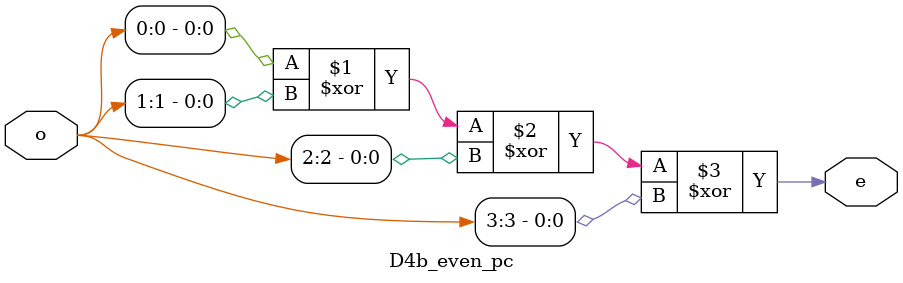
<source format=v>
`timescale 1ns / 1ps
module D4b_even_pc(e,o);
input [3:0]o;
output wire e;
assign e=o[0]^o[1]^o[2]^o[3];
endmodule
</source>
